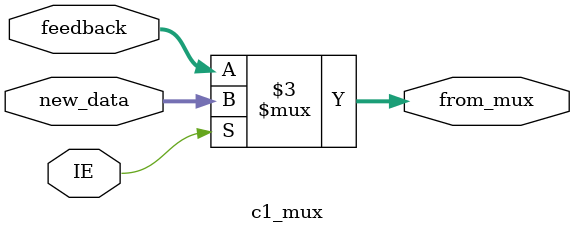
<source format=v>
/*
   the MUX
*/

`include "../heads.v"


module c1_mux (
                    output reg [7:0] from_mux,
                    input wire [7:0] new_data, 
                    input wire [7:0] feedback,
                    input wire IE
                );
	
	always @ (*) begin
        from_mux = (IE == 1'b1) ? new_data : feedback;

        `ifdef DEBUG_MUX
			$write("\n **********************************************\n");
            $write(" {c1_mux}    IE = %1b\n",
				IE);
            $write("                feedback =  %4b_%4b\n", 
				feedback[7:4], feedback[3:0]);
			$write("                   input =  %4b_%4b\n", 
				new_data[7:4], new_data[3:0]);

            $write("      to_register_file   =  %4b_%4b\n", 
				from_mux[7:4], from_mux[3:0]);
            $write(" **********************************************\n");
		`endif
    end
endmodule


////////~~~~~~~~END>  c1_mux21_8.v

</source>
